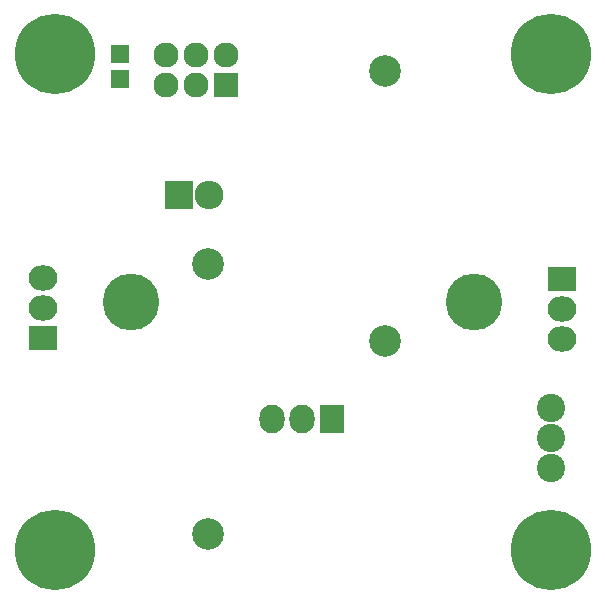
<source format=gbs>
%TF.GenerationSoftware,KiCad,Pcbnew,4.0.1-stable*%
%TF.CreationDate,2016-03-27T19:11:50+01:00*%
%TF.ProjectId,rc_power_sockets,72635F706F7765725F736F636B657473,rev?*%
%TF.FileFunction,Soldermask,Bot*%
%FSLAX46Y46*%
G04 Gerber Fmt 4.6, Leading zero omitted, Abs format (unit mm)*
G04 Created by KiCad (PCBNEW 4.0.1-stable) date 27/03/2016 19:11:50*
%MOMM*%
G01*
G04 APERTURE LIST*
%ADD10C,0.100000*%
%ADD11C,2.686000*%
%ADD12C,6.800000*%
%ADD13R,2.127200X2.432000*%
%ADD14O,2.127200X2.432000*%
%ADD15R,2.432000X2.127200*%
%ADD16O,2.432000X2.127200*%
%ADD17C,2.398980*%
%ADD18R,2.127200X2.127200*%
%ADD19O,2.127200X2.127200*%
%ADD20R,1.598880X1.598880*%
%ADD21R,2.432000X2.432000*%
%ADD22O,2.432000X2.432000*%
%ADD23C,4.800000*%
G04 APERTURE END LIST*
D10*
D11*
X152000000Y-65380000D03*
X152000000Y-88240000D03*
X137000000Y-104620000D03*
X137000000Y-81760000D03*
D12*
X166000000Y-64000000D03*
D13*
X147500000Y-94900000D03*
D14*
X144960000Y-94900000D03*
X142420000Y-94900000D03*
D15*
X123000000Y-88000000D03*
D16*
X123000000Y-85460000D03*
X123000000Y-82920000D03*
D17*
X166000000Y-96460000D03*
X166000000Y-93920000D03*
X166000000Y-99000000D03*
D18*
X138500000Y-66600000D03*
D19*
X138500000Y-64060000D03*
X135960000Y-66600000D03*
X135960000Y-64060000D03*
X133420000Y-66600000D03*
X133420000Y-64060000D03*
D15*
X167000000Y-83000000D03*
D16*
X167000000Y-85540000D03*
X167000000Y-88080000D03*
D12*
X166000000Y-106000000D03*
X124000000Y-106000000D03*
X124000000Y-64000000D03*
D20*
X129500000Y-66049020D03*
X129500000Y-63950980D03*
D21*
X134500000Y-75900000D03*
D22*
X137040000Y-75900000D03*
D23*
X130500000Y-85000000D03*
X159500000Y-85000000D03*
M02*

</source>
